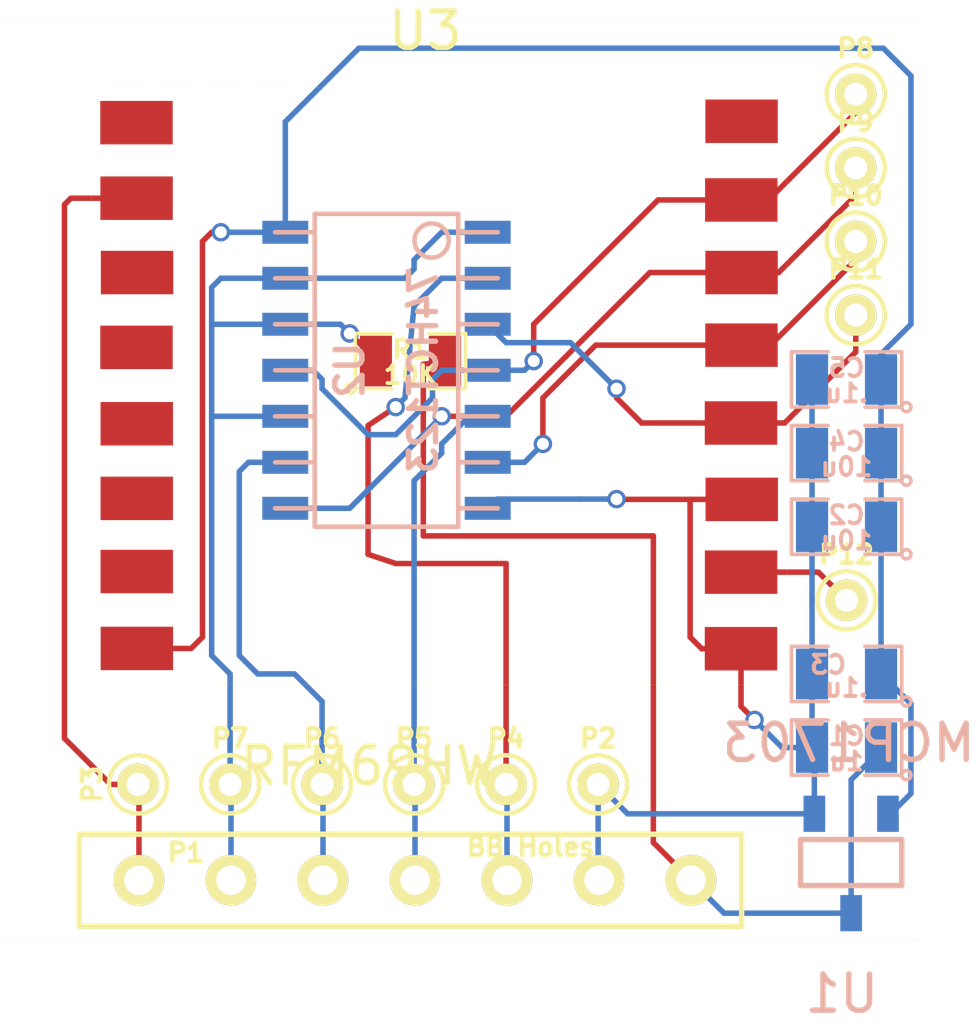
<source format=kicad_pcb>
(kicad_pcb (version 3) (host pcbnew "(2013-07-07 BZR 4022)-stable")

  (general
    (links 43)
    (no_connects 0)
    (area 57.148749 133.348749 82.551251 158.751251)
    (thickness 1.6)
    (drawings 4)
    (tracks 163)
    (zones 0)
    (modules 21)
    (nets 14)
  )

  (page USLetter)
  (title_block 
    (title "rfm69HW Breakout Board")
    (rev A)
  )

  (layers
    (15 F.Cu signal)
    (0 B.Cu signal)
    (16 B.Adhes user)
    (17 F.Adhes user)
    (18 B.Paste user)
    (19 F.Paste user)
    (20 B.SilkS user)
    (21 F.SilkS user)
    (22 B.Mask user hide)
    (23 F.Mask user hide)
    (24 Dwgs.User user hide)
    (25 Cmts.User user hide)
    (26 Eco1.User user hide)
    (27 Eco2.User user hide)
    (28 Edge.Cuts user)
  )

  (setup
    (last_trace_width 0.1524)
    (trace_clearance 0.1524)
    (zone_clearance 0.508)
    (zone_45_only no)
    (trace_min 0.1524)
    (segment_width 0.2)
    (edge_width 0.0025)
    (via_size 0.508)
    (via_drill 0.3302)
    (via_min_size 0.508)
    (via_min_drill 0.3302)
    (uvia_size 0.508)
    (uvia_drill 0.3302)
    (uvias_allowed no)
    (uvia_min_size 0.508)
    (uvia_min_drill 0.3302)
    (pcb_text_width 0.3)
    (pcb_text_size 1.5 1.5)
    (mod_edge_width 0.0025)
    (mod_text_size 1 1)
    (mod_text_width 0.15)
    (pad_size 0.45 0.45)
    (pad_drill 0.2)
    (pad_to_mask_clearance 0)
    (aux_axis_origin 0 0)
    (visible_elements 7FFFFFFF)
    (pcbplotparams
      (layerselection 268468225)
      (usegerberextensions false)
      (excludeedgelayer true)
      (linewidth 0.150000)
      (plotframeref false)
      (viasonmask false)
      (mode 1)
      (useauxorigin false)
      (hpglpennumber 1)
      (hpglpenspeed 20)
      (hpglpendiameter 15)
      (hpglpenoverlay 2)
      (psnegative false)
      (psa4output false)
      (plotreference true)
      (plotvalue true)
      (plotothertext true)
      (plotinvisibletext false)
      (padsonsilk false)
      (subtractmaskfromsilk false)
      (outputformat 5)
      (mirror false)
      (drillshape 0)
      (scaleselection 1)
      (outputdirectory "//DISKSTATION/Margaret/BitKnitting/Hydro Hardware/"))
  )

  (net 0 "")
  (net 1 +3.3V)
  (net 2 +5V)
  (net 3 /ANA)
  (net 4 /CLK_3V3)
  (net 5 /CLK_5V)
  (net 6 /CS_3V3)
  (net 7 /CS_5V)
  (net 8 /INT)
  (net 9 /MISO)
  (net 10 /MISO_3V3)
  (net 11 /MOSI_3V3)
  (net 12 /MOSI_5V)
  (net 13 GND)

  (net_class Default "This is the default net class."
    (clearance 0.1524)
    (trace_width 0.1524)
    (via_dia 0.508)
    (via_drill 0.3302)
    (uvia_dia 0.508)
    (uvia_drill 0.3302)
    (add_net "")
    (add_net +3.3V)
    (add_net +5V)
    (add_net /ANA)
    (add_net /CLK_3V3)
    (add_net /CLK_5V)
    (add_net /CS_3V3)
    (add_net /CS_5V)
    (add_net /INT)
    (add_net /MISO)
    (add_net /MISO_3V3)
    (add_net /MOSI_3V3)
    (add_net /MOSI_5V)
    (add_net GND)
  )

  (module SOT-23A (layer B.Cu) (tedit 530737A4) (tstamp 531C4945)
    (at 79.248 155.956)
    (path /5305AF64)
    (fp_text reference U1 (at 1.143 4.2545) (layer B.SilkS)
      (effects (font (size 1 1) (thickness 0.15)) (justify mirror))
    )
    (fp_text value MCP1703 (at 1.3335 -2.667) (layer B.SilkS)
      (effects (font (size 1 1) (thickness 0.15)) (justify mirror))
    )
    (fp_line (start 0 0) (end 2.794 0) (layer B.SilkS) (width 0.15))
    (fp_line (start 2.794 0) (end 2.794 1.27) (layer B.SilkS) (width 0.15))
    (fp_line (start 2.794 1.27) (end 0 1.27) (layer B.SilkS) (width 0.15))
    (fp_line (start 0 1.27) (end 0 0) (layer B.SilkS) (width 0.15))
    (pad 1 smd rect (at 0.381 -0.7112) (size 0.6 1)
      (layers B.Cu B.Paste B.Mask)
      (net 13 GND)
    )
    (pad 2 smd rect (at 2.413 -0.7112) (size 0.6 1)
      (layers B.Cu B.Paste B.Mask)
      (net 1 +3.3V)
    )
    (pad 3 smd rect (at 1.397 2.032) (size 0.6 1)
      (layers B.Cu B.Paste B.Mask)
      (net 2 +5V)
    )
  )

  (module SM0805 (layer B.Cu) (tedit 5091495C) (tstamp 531C4977)
    (at 80.518 153.416 180)
    (path /5305B226)
    (attr smd)
    (fp_text reference C1 (at 0 0.3175 180) (layer B.SilkS)
      (effects (font (size 0.50038 0.50038) (thickness 0.10922)) (justify mirror))
    )
    (fp_text value 1u (at 0 -0.381 180) (layer B.SilkS)
      (effects (font (size 0.50038 0.50038) (thickness 0.10922)) (justify mirror))
    )
    (fp_circle (center -1.651 -0.762) (end -1.651 -0.635) (layer B.SilkS) (width 0.09906))
    (fp_line (start -0.508 -0.762) (end -1.524 -0.762) (layer B.SilkS) (width 0.09906))
    (fp_line (start -1.524 -0.762) (end -1.524 0.762) (layer B.SilkS) (width 0.09906))
    (fp_line (start -1.524 0.762) (end -0.508 0.762) (layer B.SilkS) (width 0.09906))
    (fp_line (start 0.508 0.762) (end 1.524 0.762) (layer B.SilkS) (width 0.09906))
    (fp_line (start 1.524 0.762) (end 1.524 -0.762) (layer B.SilkS) (width 0.09906))
    (fp_line (start 1.524 -0.762) (end 0.508 -0.762) (layer B.SilkS) (width 0.09906))
    (pad 1 smd rect (at -0.9525 0 180) (size 0.889 1.397)
      (layers B.Cu B.Paste B.Mask)
      (net 2 +5V)
    )
    (pad 2 smd rect (at 0.9525 0 180) (size 0.889 1.397)
      (layers B.Cu B.Paste B.Mask)
      (net 13 GND)
    )
    (model smd/chip_cms.wrl
      (at (xyz 0 0 0))
      (scale (xyz 0.1 0.1 0.1))
      (rotate (xyz 0 0 0))
    )
  )

  (module SM0805 (layer B.Cu) (tedit 531C6450) (tstamp 531C4984)
    (at 80.518 151.384 180)
    (path /5305B2B5)
    (attr smd)
    (fp_text reference C3 (at 0.508 0.254 180) (layer B.SilkS)
      (effects (font (size 0.50038 0.50038) (thickness 0.10922)) (justify mirror))
    )
    (fp_text value .1u (at 0 -0.381 180) (layer B.SilkS)
      (effects (font (size 0.50038 0.50038) (thickness 0.10922)) (justify mirror))
    )
    (fp_circle (center -1.651 -0.762) (end -1.651 -0.635) (layer B.SilkS) (width 0.09906))
    (fp_line (start -0.508 -0.762) (end -1.524 -0.762) (layer B.SilkS) (width 0.09906))
    (fp_line (start -1.524 -0.762) (end -1.524 0.762) (layer B.SilkS) (width 0.09906))
    (fp_line (start -1.524 0.762) (end -0.508 0.762) (layer B.SilkS) (width 0.09906))
    (fp_line (start 0.508 0.762) (end 1.524 0.762) (layer B.SilkS) (width 0.09906))
    (fp_line (start 1.524 0.762) (end 1.524 -0.762) (layer B.SilkS) (width 0.09906))
    (fp_line (start 1.524 -0.762) (end 0.508 -0.762) (layer B.SilkS) (width 0.09906))
    (pad 1 smd rect (at -0.9525 0 180) (size 0.889 1.397)
      (layers B.Cu B.Paste B.Mask)
      (net 1 +3.3V)
    )
    (pad 2 smd rect (at 0.9525 0 180) (size 0.889 1.397)
      (layers B.Cu B.Paste B.Mask)
      (net 13 GND)
    )
    (model smd/chip_cms.wrl
      (at (xyz 0 0 0))
      (scale (xyz 0.1 0.1 0.1))
      (rotate (xyz 0 0 0))
    )
  )

  (module SM0805 (layer F.Cu) (tedit 5091495C) (tstamp 531C4991)
    (at 68.4784 142.748)
    (path /530DCC1C)
    (attr smd)
    (fp_text reference R1 (at 0 -0.3175) (layer F.SilkS)
      (effects (font (size 0.50038 0.50038) (thickness 0.10922)))
    )
    (fp_text value 10K (at 0 0.381) (layer F.SilkS)
      (effects (font (size 0.50038 0.50038) (thickness 0.10922)))
    )
    (fp_circle (center -1.651 0.762) (end -1.651 0.635) (layer F.SilkS) (width 0.09906))
    (fp_line (start -0.508 0.762) (end -1.524 0.762) (layer F.SilkS) (width 0.09906))
    (fp_line (start -1.524 0.762) (end -1.524 -0.762) (layer F.SilkS) (width 0.09906))
    (fp_line (start -1.524 -0.762) (end -0.508 -0.762) (layer F.SilkS) (width 0.09906))
    (fp_line (start 0.508 -0.762) (end 1.524 -0.762) (layer F.SilkS) (width 0.09906))
    (fp_line (start 1.524 -0.762) (end 1.524 0.762) (layer F.SilkS) (width 0.09906))
    (fp_line (start 1.524 0.762) (end 0.508 0.762) (layer F.SilkS) (width 0.09906))
    (pad 1 smd rect (at -0.9525 0) (size 0.889 1.397)
      (layers F.Cu F.Paste F.Mask)
      (net 7 /CS_5V)
    )
    (pad 2 smd rect (at 0.9525 0) (size 0.889 1.397)
      (layers F.Cu F.Paste F.Mask)
      (net 2 +5V)
    )
    (model smd/chip_cms.wrl
      (at (xyz 0 0 0))
      (scale (xyz 0.1 0.1 0.1))
      (rotate (xyz 0 0 0))
    )
  )

  (module SM0805 (layer B.Cu) (tedit 5091495C) (tstamp 531C499E)
    (at 80.518 143.256 180)
    (path /530DFF22)
    (attr smd)
    (fp_text reference C5 (at 0 0.3175 180) (layer B.SilkS)
      (effects (font (size 0.50038 0.50038) (thickness 0.10922)) (justify mirror))
    )
    (fp_text value .1u (at 0 -0.381 180) (layer B.SilkS)
      (effects (font (size 0.50038 0.50038) (thickness 0.10922)) (justify mirror))
    )
    (fp_circle (center -1.651 -0.762) (end -1.651 -0.635) (layer B.SilkS) (width 0.09906))
    (fp_line (start -0.508 -0.762) (end -1.524 -0.762) (layer B.SilkS) (width 0.09906))
    (fp_line (start -1.524 -0.762) (end -1.524 0.762) (layer B.SilkS) (width 0.09906))
    (fp_line (start -1.524 0.762) (end -0.508 0.762) (layer B.SilkS) (width 0.09906))
    (fp_line (start 0.508 0.762) (end 1.524 0.762) (layer B.SilkS) (width 0.09906))
    (fp_line (start 1.524 0.762) (end 1.524 -0.762) (layer B.SilkS) (width 0.09906))
    (fp_line (start 1.524 -0.762) (end 0.508 -0.762) (layer B.SilkS) (width 0.09906))
    (pad 1 smd rect (at -0.9525 0 180) (size 0.889 1.397)
      (layers B.Cu B.Paste B.Mask)
      (net 1 +3.3V)
    )
    (pad 2 smd rect (at 0.9525 0 180) (size 0.889 1.397)
      (layers B.Cu B.Paste B.Mask)
      (net 13 GND)
    )
    (model smd/chip_cms.wrl
      (at (xyz 0 0 0))
      (scale (xyz 0.1 0.1 0.1))
      (rotate (xyz 0 0 0))
    )
  )

  (module SM0805 (layer B.Cu) (tedit 5091495C) (tstamp 531C49AB)
    (at 80.518 145.288 180)
    (path /5315070F)
    (attr smd)
    (fp_text reference C4 (at 0 0.3175 180) (layer B.SilkS)
      (effects (font (size 0.50038 0.50038) (thickness 0.10922)) (justify mirror))
    )
    (fp_text value 10u (at 0 -0.381 180) (layer B.SilkS)
      (effects (font (size 0.50038 0.50038) (thickness 0.10922)) (justify mirror))
    )
    (fp_circle (center -1.651 -0.762) (end -1.651 -0.635) (layer B.SilkS) (width 0.09906))
    (fp_line (start -0.508 -0.762) (end -1.524 -0.762) (layer B.SilkS) (width 0.09906))
    (fp_line (start -1.524 -0.762) (end -1.524 0.762) (layer B.SilkS) (width 0.09906))
    (fp_line (start -1.524 0.762) (end -0.508 0.762) (layer B.SilkS) (width 0.09906))
    (fp_line (start 0.508 0.762) (end 1.524 0.762) (layer B.SilkS) (width 0.09906))
    (fp_line (start 1.524 0.762) (end 1.524 -0.762) (layer B.SilkS) (width 0.09906))
    (fp_line (start 1.524 -0.762) (end 0.508 -0.762) (layer B.SilkS) (width 0.09906))
    (pad 1 smd rect (at -0.9525 0 180) (size 0.889 1.397)
      (layers B.Cu B.Paste B.Mask)
      (net 1 +3.3V)
    )
    (pad 2 smd rect (at 0.9525 0 180) (size 0.889 1.397)
      (layers B.Cu B.Paste B.Mask)
      (net 13 GND)
    )
    (model smd/chip_cms.wrl
      (at (xyz 0 0 0))
      (scale (xyz 0.1 0.1 0.1))
      (rotate (xyz 0 0 0))
    )
  )

  (module SM0805 (layer B.Cu) (tedit 5091495C) (tstamp 531C49B8)
    (at 80.518 147.32 180)
    (path /531506ED)
    (attr smd)
    (fp_text reference C2 (at 0 0.3175 180) (layer B.SilkS)
      (effects (font (size 0.50038 0.50038) (thickness 0.10922)) (justify mirror))
    )
    (fp_text value 10u (at 0 -0.381 180) (layer B.SilkS)
      (effects (font (size 0.50038 0.50038) (thickness 0.10922)) (justify mirror))
    )
    (fp_circle (center -1.651 -0.762) (end -1.651 -0.635) (layer B.SilkS) (width 0.09906))
    (fp_line (start -0.508 -0.762) (end -1.524 -0.762) (layer B.SilkS) (width 0.09906))
    (fp_line (start -1.524 -0.762) (end -1.524 0.762) (layer B.SilkS) (width 0.09906))
    (fp_line (start -1.524 0.762) (end -0.508 0.762) (layer B.SilkS) (width 0.09906))
    (fp_line (start 0.508 0.762) (end 1.524 0.762) (layer B.SilkS) (width 0.09906))
    (fp_line (start 1.524 0.762) (end 1.524 -0.762) (layer B.SilkS) (width 0.09906))
    (fp_line (start 1.524 -0.762) (end 0.508 -0.762) (layer B.SilkS) (width 0.09906))
    (pad 1 smd rect (at -0.9525 0 180) (size 0.889 1.397)
      (layers B.Cu B.Paste B.Mask)
      (net 1 +3.3V)
    )
    (pad 2 smd rect (at 0.9525 0 180) (size 0.889 1.397)
      (layers B.Cu B.Paste B.Mask)
      (net 13 GND)
    )
    (model smd/chip_cms.wrl
      (at (xyz 0 0 0))
      (scale (xyz 0.1 0.1 0.1))
      (rotate (xyz 0 0 0))
    )
  )

  (module RFM69HW (layer F.Cu) (tedit 531109B9) (tstamp 531C49D1)
    (at 68.8975 144.3736)
    (path /530CA97F)
    (fp_text reference U3 (at -0.0127 -10.7442) (layer F.SilkS)
      (effects (font (size 1 1) (thickness 0.15)))
    )
    (fp_text value RFM69HW (at -1.5621 9.5504) (layer F.SilkS)
      (effects (font (size 1 1) (thickness 0.15)))
    )
    (fp_line (start -9.23798 -9.1821) (end 9.9695 -9.1694) (layer F.SilkS) (width 0.0025))
    (fp_line (start -9.23798 -9.05256) (end -9.23798 -9.1821) (layer F.SilkS) (width 0.0025))
    (fp_line (start 9.97458 7.3152) (end 9.97204 -9.18718) (layer F.SilkS) (width 0.0025))
    (fp_line (start -9.23798 -9.06018) (end -9.2329 7.2898) (layer F.SilkS) (width 0.0025))
    (fp_line (start -9.22782 7.30758) (end 9.97458 7.3152) (layer F.SilkS) (width 0.0025))
    (pad 1 smd rect (at -7.98068 -8.20674) (size 2 1.2)
      (layers F.Cu F.Paste F.Mask)
    )
    (pad 2 smd rect (at -7.97814 -6.1214) (size 2 1.2)
      (layers F.Cu F.Paste F.Mask)
      (net 8 /INT)
    )
    (pad 3 smd rect (at -7.96544 -4.06908) (size 2 1.2)
      (layers F.Cu F.Paste F.Mask)
    )
    (pad 4 smd rect (at -7.98068 -2.00406) (size 2 1.2)
      (layers F.Cu F.Paste F.Mask)
    )
    (pad 5 smd rect (at -7.97306 0.10414) (size 2 1.2)
      (layers F.Cu F.Paste F.Mask)
    )
    (pad 6 smd rect (at -7.97306 2.16408) (size 2 1.2)
      (layers F.Cu F.Paste F.Mask)
    )
    (pad 7 smd rect (at -7.97306 4.18338) (size 2 1.2)
      (layers F.Cu F.Paste F.Mask)
    )
    (pad 8 smd rect (at -7.97052 6.30682) (size 2 1.2)
      (layers F.Cu F.Paste F.Mask)
      (net 1 +3.3V)
    )
    (pad 9 smd rect (at 8.70712 6.31444) (size 2 1.2)
      (layers F.Cu F.Paste F.Mask)
      (net 13 GND)
    )
    (pad 10 smd rect (at 8.70966 4.20116) (size 2 1.2)
      (layers F.Cu F.Paste F.Mask)
      (net 3 /ANA)
    )
    (pad 11 smd rect (at 8.72744 2.19202) (size 2 1.2)
      (layers F.Cu F.Paste F.Mask)
      (net 13 GND)
    )
    (pad 12 smd rect (at 8.70712 0.08382) (size 2 1.2)
      (layers F.Cu F.Paste F.Mask)
      (net 4 /CLK_3V3)
    )
    (pad 13 smd rect (at 8.71982 -2.06502) (size 2 1.2)
      (layers F.Cu F.Paste F.Mask)
      (net 10 /MISO_3V3)
    )
    (pad 14 smd rect (at 8.72236 -4.06908) (size 2 1.2)
      (layers F.Cu F.Paste F.Mask)
      (net 11 /MOSI_3V3)
    )
    (pad 15 smd rect (at 8.71474 -6.07314) (size 2 1.2)
      (layers F.Cu F.Paste F.Mask)
      (net 6 /CS_3V3)
    )
    (pad 16 smd rect (at 8.72236 -8.24484) (size 2 1.2)
      (layers F.Cu F.Paste F.Mask)
    )
  )

  (module PINTST (layer F.Cu) (tedit 3D649DF9) (tstamp 531C49DD)
    (at 80.772 141.478)
    (descr "module 1 pin (ou trou mecanique de percage)")
    (tags DEV)
    (path /5319E822)
    (fp_text reference P11 (at 0 -1.26746) (layer F.SilkS)
      (effects (font (size 0.508 0.508) (thickness 0.127)))
    )
    (fp_text value TST (at 0 1.27) (layer F.SilkS) hide
      (effects (font (size 0.508 0.508) (thickness 0.127)))
    )
    (fp_circle (center 0 0) (end -0.254 -0.762) (layer F.SilkS) (width 0.127))
    (pad 1 thru_hole circle (at 0 0) (size 1.143 1.143) (drill 0.635)
      (layers *.Cu *.Mask F.SilkS)
      (net 4 /CLK_3V3)
    )
    (model pin_array/pin_array_1x1.wrl
      (at (xyz 0 0 0))
      (scale (xyz 1 1 1))
      (rotate (xyz 0 0 0))
    )
  )

  (module PINTST (layer F.Cu) (tedit 3D649DF9) (tstamp 531C49E3)
    (at 80.518 149.352)
    (descr "module 1 pin (ou trou mecanique de percage)")
    (tags DEV)
    (path /5319E253)
    (fp_text reference P12 (at 0 -1.26746) (layer F.SilkS)
      (effects (font (size 0.508 0.508) (thickness 0.127)))
    )
    (fp_text value TST (at 0 1.27) (layer F.SilkS) hide
      (effects (font (size 0.508 0.508) (thickness 0.127)))
    )
    (fp_circle (center 0 0) (end -0.254 -0.762) (layer F.SilkS) (width 0.127))
    (pad 1 thru_hole circle (at 0 0) (size 1.143 1.143) (drill 0.635)
      (layers *.Cu *.Mask F.SilkS)
      (net 3 /ANA)
    )
    (model pin_array/pin_array_1x1.wrl
      (at (xyz 0 0 0))
      (scale (xyz 1 1 1))
      (rotate (xyz 0 0 0))
    )
  )

  (module PINTST (layer F.Cu) (tedit 3D649DF9) (tstamp 531C49E9)
    (at 80.772 137.414)
    (descr "module 1 pin (ou trou mecanique de percage)")
    (tags DEV)
    (path /5314EE29)
    (fp_text reference P9 (at 0 -1.26746) (layer F.SilkS)
      (effects (font (size 0.508 0.508) (thickness 0.127)))
    )
    (fp_text value TST (at 0 1.27) (layer F.SilkS) hide
      (effects (font (size 0.508 0.508) (thickness 0.127)))
    )
    (fp_circle (center 0 0) (end -0.254 -0.762) (layer F.SilkS) (width 0.127))
    (pad 1 thru_hole circle (at 0 0) (size 1.143 1.143) (drill 0.635)
      (layers *.Cu *.Mask F.SilkS)
      (net 11 /MOSI_3V3)
    )
    (model pin_array/pin_array_1x1.wrl
      (at (xyz 0 0 0))
      (scale (xyz 1 1 1))
      (rotate (xyz 0 0 0))
    )
  )

  (module PINTST (layer F.Cu) (tedit 3D649DF9) (tstamp 531C49EF)
    (at 80.772 135.382)
    (descr "module 1 pin (ou trou mecanique de percage)")
    (tags DEV)
    (path /5314ED90)
    (fp_text reference P8 (at 0 -1.26746) (layer F.SilkS)
      (effects (font (size 0.508 0.508) (thickness 0.127)))
    )
    (fp_text value TST (at 0 1.27) (layer F.SilkS) hide
      (effects (font (size 0.508 0.508) (thickness 0.127)))
    )
    (fp_circle (center 0 0) (end -0.254 -0.762) (layer F.SilkS) (width 0.127))
    (pad 1 thru_hole circle (at 0 0) (size 1.143 1.143) (drill 0.635)
      (layers *.Cu *.Mask F.SilkS)
      (net 6 /CS_3V3)
    )
    (model pin_array/pin_array_1x1.wrl
      (at (xyz 0 0 0))
      (scale (xyz 1 1 1))
      (rotate (xyz 0 0 0))
    )
  )

  (module PINTST (layer F.Cu) (tedit 3D649DF9) (tstamp 531C49F5)
    (at 80.772 139.446)
    (descr "module 1 pin (ou trou mecanique de percage)")
    (tags DEV)
    (path /5314EC8D)
    (fp_text reference P10 (at 0 -1.26746) (layer F.SilkS)
      (effects (font (size 0.508 0.508) (thickness 0.127)))
    )
    (fp_text value TST (at 0 1.27) (layer F.SilkS) hide
      (effects (font (size 0.508 0.508) (thickness 0.127)))
    )
    (fp_circle (center 0 0) (end -0.254 -0.762) (layer F.SilkS) (width 0.127))
    (pad 1 thru_hole circle (at 0 0) (size 1.143 1.143) (drill 0.635)
      (layers *.Cu *.Mask F.SilkS)
      (net 10 /MISO_3V3)
    )
    (model pin_array/pin_array_1x1.wrl
      (at (xyz 0 0 0))
      (scale (xyz 1 1 1))
      (rotate (xyz 0 0 0))
    )
  )

  (module PINTST (layer F.Cu) (tedit 3D649DF9) (tstamp 531C49FB)
    (at 60.96 154.432 90)
    (descr "module 1 pin (ou trou mecanique de percage)")
    (tags DEV)
    (path /5314EAFA)
    (fp_text reference P3 (at 0 -1.26746 90) (layer F.SilkS)
      (effects (font (size 0.508 0.508) (thickness 0.127)))
    )
    (fp_text value TST (at 0 1.27 90) (layer F.SilkS) hide
      (effects (font (size 0.508 0.508) (thickness 0.127)))
    )
    (fp_circle (center 0 0) (end -0.254 -0.762) (layer F.SilkS) (width 0.127))
    (pad 1 thru_hole circle (at 0 0 90) (size 1.143 1.143) (drill 0.635)
      (layers *.Cu *.Mask F.SilkS)
      (net 8 /INT)
    )
    (model pin_array/pin_array_1x1.wrl
      (at (xyz 0 0 0))
      (scale (xyz 1 1 1))
      (rotate (xyz 0 0 0))
    )
  )

  (module so-14 (layer B.Cu) (tedit 48A6BF8F) (tstamp 531C50D3)
    (at 67.818 143.002 270)
    (descr SO-14)
    (path /5319DF28)
    (attr smd)
    (fp_text reference U2 (at 0 1.016 270) (layer B.SilkS)
      (effects (font (size 0.7493 0.7493) (thickness 0.14986)) (justify mirror))
    )
    (fp_text value 74HCT123 (at 0 -1.016 270) (layer B.SilkS)
      (effects (font (size 0.7493 0.7493) (thickness 0.14986)) (justify mirror))
    )
    (fp_line (start -4.318 1.9812) (end -4.318 -1.9812) (layer B.SilkS) (width 0.127))
    (fp_line (start -4.318 -1.9812) (end 4.318 -1.9812) (layer B.SilkS) (width 0.127))
    (fp_line (start 4.318 -1.9812) (end 4.318 1.9812) (layer B.SilkS) (width 0.127))
    (fp_line (start 4.318 1.9812) (end -4.318 1.9812) (layer B.SilkS) (width 0.127))
    (fp_line (start -2.54 1.9812) (end -2.54 3.0734) (layer B.SilkS) (width 0.127))
    (fp_line (start -1.27 1.9812) (end -1.27 3.0734) (layer B.SilkS) (width 0.127))
    (fp_line (start 0 1.9812) (end 0 3.0734) (layer B.SilkS) (width 0.127))
    (fp_line (start -3.81 1.9812) (end -3.81 3.0734) (layer B.SilkS) (width 0.127))
    (fp_line (start 1.27 3.0734) (end 1.27 1.9812) (layer B.SilkS) (width 0.127))
    (fp_line (start 2.54 3.0734) (end 2.54 1.9812) (layer B.SilkS) (width 0.127))
    (fp_line (start 3.81 3.0734) (end 3.81 1.9812) (layer B.SilkS) (width 0.127))
    (fp_line (start 3.81 -1.9812) (end 3.81 -3.0734) (layer B.SilkS) (width 0.127))
    (fp_line (start 2.54 -1.9812) (end 2.54 -3.0734) (layer B.SilkS) (width 0.127))
    (fp_line (start -3.81 -1.9812) (end -3.81 -3.0734) (layer B.SilkS) (width 0.127))
    (fp_line (start -2.54 -3.0734) (end -2.54 -1.9812) (layer B.SilkS) (width 0.127))
    (fp_line (start 1.27 -3.0734) (end 1.27 -1.9812) (layer B.SilkS) (width 0.127))
    (fp_line (start 0 -3.0734) (end 0 -1.9812) (layer B.SilkS) (width 0.127))
    (fp_line (start -1.27 -3.0734) (end -1.27 -1.9812) (layer B.SilkS) (width 0.127))
    (fp_circle (center -3.5814 -1.2446) (end -3.8608 -1.6256) (layer B.SilkS) (width 0.127))
    (pad 1 smd rect (at -3.81 -2.794 270) (size 0.635 1.27)
      (layers B.Cu B.Paste B.Mask)
      (net 7 /CS_5V)
    )
    (pad 2 smd rect (at -2.54 -2.794 270) (size 0.635 1.27)
      (layers B.Cu B.Paste B.Mask)
      (net 5 /CLK_5V)
    )
    (pad 3 smd rect (at -1.27 -2.794 270) (size 0.635 1.27)
      (layers B.Cu B.Paste B.Mask)
      (net 4 /CLK_3V3)
    )
    (pad 4 smd rect (at 0 -2.794 270) (size 0.635 1.27)
      (layers B.Cu B.Paste B.Mask)
      (net 6 /CS_3V3)
    )
    (pad 5 smd rect (at 1.27 -2.794 270) (size 0.635 1.27)
      (layers B.Cu B.Paste B.Mask)
      (net 9 /MISO)
    )
    (pad 6 smd rect (at 2.54 -2.794 270) (size 0.635 1.27)
      (layers B.Cu B.Paste B.Mask)
      (net 10 /MISO_3V3)
    )
    (pad 7 smd rect (at 3.81 -2.794 270) (size 0.635 1.27)
      (layers B.Cu B.Paste B.Mask)
      (net 13 GND)
    )
    (pad 8 smd rect (at 3.81 2.794 270) (size 0.635 1.27)
      (layers B.Cu B.Paste B.Mask)
      (net 11 /MOSI_3V3)
    )
    (pad 9 smd rect (at 2.54 2.794 270) (size 0.635 1.27)
      (layers B.Cu B.Paste B.Mask)
      (net 12 /MOSI_5V)
    )
    (pad 10 smd rect (at 1.27 2.794 270) (size 0.635 1.27)
      (layers B.Cu B.Paste B.Mask)
      (net 7 /CS_5V)
    )
    (pad 11 smd rect (at 0 2.794 270) (size 0.635 1.27)
      (layers B.Cu B.Paste B.Mask)
      (net 6 /CS_3V3)
    )
    (pad 12 smd rect (at -1.27 2.794 270) (size 0.635 1.27)
      (layers B.Cu B.Paste B.Mask)
      (net 7 /CS_5V)
    )
    (pad 13 smd rect (at -2.54 2.794 270) (size 0.635 1.27)
      (layers B.Cu B.Paste B.Mask)
      (net 7 /CS_5V)
    )
    (pad 14 smd rect (at -3.81 2.794 270) (size 0.635 1.27)
      (layers B.Cu B.Paste B.Mask)
      (net 1 +3.3V)
    )
    (model smd/smd_dil/so-14.wrl
      (at (xyz 0 0 0))
      (scale (xyz 1 1 1))
      (rotate (xyz 0 0 0))
    )
  )

  (module PINTST (layer F.Cu) (tedit 3D649DF9) (tstamp 531C50D9)
    (at 71.12 154.432)
    (descr "module 1 pin (ou trou mecanique de percage)")
    (tags DEV)
    (path /5314E601)
    (fp_text reference P4 (at 0 -1.26746) (layer F.SilkS)
      (effects (font (size 0.508 0.508) (thickness 0.127)))
    )
    (fp_text value TST (at 0 1.27) (layer F.SilkS) hide
      (effects (font (size 0.508 0.508) (thickness 0.127)))
    )
    (fp_circle (center 0 0) (end -0.254 -0.762) (layer F.SilkS) (width 0.127))
    (pad 1 thru_hole circle (at 0 0) (size 1.143 1.143) (drill 0.635)
      (layers *.Cu *.Mask F.SilkS)
      (net 5 /CLK_5V)
    )
    (model pin_array/pin_array_1x1.wrl
      (at (xyz 0 0 0))
      (scale (xyz 1 1 1))
      (rotate (xyz 0 0 0))
    )
  )

  (module PINTST (layer F.Cu) (tedit 3D649DF9) (tstamp 531C50DF)
    (at 68.58 154.432)
    (descr "module 1 pin (ou trou mecanique de percage)")
    (tags DEV)
    (path /5314E60E)
    (fp_text reference P5 (at 0 -1.26746) (layer F.SilkS)
      (effects (font (size 0.508 0.508) (thickness 0.127)))
    )
    (fp_text value TST (at 0 1.27) (layer F.SilkS) hide
      (effects (font (size 0.508 0.508) (thickness 0.127)))
    )
    (fp_circle (center 0 0) (end -0.254 -0.762) (layer F.SilkS) (width 0.127))
    (pad 1 thru_hole circle (at 0 0) (size 1.143 1.143) (drill 0.635)
      (layers *.Cu *.Mask F.SilkS)
      (net 9 /MISO)
    )
    (model pin_array/pin_array_1x1.wrl
      (at (xyz 0 0 0))
      (scale (xyz 1 1 1))
      (rotate (xyz 0 0 0))
    )
  )

  (module PINTST (layer F.Cu) (tedit 3D649DF9) (tstamp 531C50E5)
    (at 66.04 154.432)
    (descr "module 1 pin (ou trou mecanique de percage)")
    (tags DEV)
    (path /5314E614)
    (fp_text reference P6 (at 0 -1.26746) (layer F.SilkS)
      (effects (font (size 0.508 0.508) (thickness 0.127)))
    )
    (fp_text value TST (at 0 1.27) (layer F.SilkS) hide
      (effects (font (size 0.508 0.508) (thickness 0.127)))
    )
    (fp_circle (center 0 0) (end -0.254 -0.762) (layer F.SilkS) (width 0.127))
    (pad 1 thru_hole circle (at 0 0) (size 1.143 1.143) (drill 0.635)
      (layers *.Cu *.Mask F.SilkS)
      (net 12 /MOSI_5V)
    )
    (model pin_array/pin_array_1x1.wrl
      (at (xyz 0 0 0))
      (scale (xyz 1 1 1))
      (rotate (xyz 0 0 0))
    )
  )

  (module PINTST (layer F.Cu) (tedit 3D649DF9) (tstamp 531C50F1)
    (at 73.66 154.432)
    (descr "module 1 pin (ou trou mecanique de percage)")
    (tags DEV)
    (path /5314EAED)
    (fp_text reference P2 (at 0 -1.26746) (layer F.SilkS)
      (effects (font (size 0.508 0.508) (thickness 0.127)))
    )
    (fp_text value TST (at 0 1.27) (layer F.SilkS) hide
      (effects (font (size 0.508 0.508) (thickness 0.127)))
    )
    (fp_circle (center 0 0) (end -0.254 -0.762) (layer F.SilkS) (width 0.127))
    (pad 1 thru_hole circle (at 0 0) (size 1.143 1.143) (drill 0.635)
      (layers *.Cu *.Mask F.SilkS)
      (net 13 GND)
    )
    (model pin_array/pin_array_1x1.wrl
      (at (xyz 0 0 0))
      (scale (xyz 1 1 1))
      (rotate (xyz 0 0 0))
    )
  )

  (module 7_PINS (layer F.Cu) (tedit 531B7249) (tstamp 531C5101)
    (at 67.3354 157.07868)
    (descr "Connecteur 8 pins")
    (tags "Breadboard pins")
    (path /5300A048)
    (fp_text reference P1 (at -5.05206 -0.75946) (layer F.SilkS)
      (effects (font (size 0.508 0.508) (thickness 0.127)))
    )
    (fp_text value "BB Holes" (at 4.46024 -0.91948) (layer F.SilkS)
      (effects (font (size 0.508 0.508) (thickness 0.127)))
    )
    (fp_line (start -8.001 -1.27) (end 10.287 -1.27) (layer F.SilkS) (width 0.15))
    (fp_line (start 10.287 1.27) (end 10.033 1.27) (layer F.SilkS) (width 0.15))
    (fp_line (start -8.001 1.27) (end 10.287 1.27) (layer F.SilkS) (width 0.15))
    (fp_line (start 10.287 -1.143) (end 10.287 1.143) (layer F.SilkS) (width 0.15))
    (fp_line (start -8.001 -1.27) (end -8.001 1.27) (layer F.SilkS) (width 0.15))
    (pad 7 thru_hole circle (at -6.35 0) (size 1.397 1.397) (drill 0.8128)
      (layers *.Cu *.Mask F.SilkS)
      (net 8 /INT)
    )
    (pad 6 thru_hole circle (at -3.81 0) (size 1.397 1.397) (drill 0.8128)
      (layers *.Cu *.Mask F.SilkS)
      (net 7 /CS_5V)
    )
    (pad 5 thru_hole circle (at -1.27 0) (size 1.397 1.397) (drill 0.8128)
      (layers *.Cu *.Mask F.SilkS)
      (net 12 /MOSI_5V)
    )
    (pad 4 thru_hole circle (at 1.27 0) (size 1.397 1.397) (drill 0.8128)
      (layers *.Cu *.Mask F.SilkS)
      (net 9 /MISO)
    )
    (pad 3 thru_hole circle (at 3.81 0) (size 1.397 1.397) (drill 0.8128)
      (layers *.Cu *.Mask F.SilkS)
      (net 5 /CLK_5V)
    )
    (pad 2 thru_hole circle (at 6.35 0) (size 1.397 1.397) (drill 0.8128)
      (layers *.Cu *.Mask F.SilkS)
      (net 13 GND)
    )
    (pad 1 thru_hole circle (at 8.89 0) (size 1.397 1.397) (drill 0.8128)
      (layers *.Cu *.Mask F.SilkS)
      (net 2 +5V)
    )
  )

  (module PINTST (layer F.Cu) (tedit 3D649DF9) (tstamp 531C5227)
    (at 63.5 154.432)
    (descr "module 1 pin (ou trou mecanique de percage)")
    (tags DEV)
    (path /5314E61A)
    (fp_text reference P7 (at 0 -1.26746) (layer F.SilkS)
      (effects (font (size 0.508 0.508) (thickness 0.127)))
    )
    (fp_text value TST (at 0 1.27) (layer F.SilkS) hide
      (effects (font (size 0.508 0.508) (thickness 0.127)))
    )
    (fp_circle (center 0 0) (end -0.254 -0.762) (layer F.SilkS) (width 0.127))
    (pad 1 thru_hole circle (at 0 0) (size 1.143 1.143) (drill 0.635)
      (layers *.Cu *.Mask F.SilkS)
      (net 7 /CS_5V)
    )
    (model pin_array/pin_array_1x1.wrl
      (at (xyz 0 0 0))
      (scale (xyz 1 1 1))
      (rotate (xyz 0 0 0))
    )
  )

  (gr_line (start 57.15 133.35) (end 57.15 158.75) (angle 90) (layer Edge.Cuts) (width 0.0025))
  (gr_line (start 82.55 133.35) (end 57.15 133.35) (angle 90) (layer Edge.Cuts) (width 0.0025))
  (gr_line (start 82.55 158.75) (end 82.55 133.35) (angle 90) (layer Edge.Cuts) (width 0.0025))
  (gr_line (start 57.15 158.75) (end 82.55 158.75) (angle 90) (layer Edge.Cuts) (width 0.0025))

  (segment (start 81.661 155.2448) (end 81.7372 155.2448) (width 0.1524) (layer B.Cu) (net 1) (status C00000))
  (segment (start 82.296 152.2095) (end 81.4705 151.384) (width 0.1524) (layer B.Cu) (net 1) (tstamp 531C67A9) (status 800000))
  (segment (start 82.296 154.686) (end 82.296 152.2095) (width 0.1524) (layer B.Cu) (net 1) (tstamp 531C67A6))
  (segment (start 81.7372 155.2448) (end 82.296 154.686) (width 0.1524) (layer B.Cu) (net 1) (tstamp 531C67A4) (status 400000))
  (segment (start 81.4705 151.384) (end 81.4705 150.9395) (width 0.1524) (layer B.Cu) (net 1) (status C00000))
  (segment (start 81.4705 150.9395) (end 81.4705 147.32) (width 0.1524) (layer B.Cu) (net 1) (tstamp 531C675B) (status C00000))
  (segment (start 81.4705 145.288) (end 81.4705 143.256) (width 0.1524) (layer B.Cu) (net 1) (status C00000))
  (segment (start 81.4705 147.32) (end 81.4705 145.288) (width 0.1524) (layer B.Cu) (net 1) (status C00000))
  (segment (start 81.4705 143.256) (end 81.4705 142.5575) (width 0.1524) (layer B.Cu) (net 1))
  (segment (start 81.4705 142.5575) (end 82.296 141.732) (width 0.1524) (layer B.Cu) (net 1) (tstamp 531C6657))
  (segment (start 82.296 141.732) (end 82.296 134.874) (width 0.1524) (layer B.Cu) (net 1) (tstamp 531C665C))
  (segment (start 82.296 134.874) (end 81.534 134.112) (width 0.1524) (layer B.Cu) (net 1) (tstamp 531C6660))
  (segment (start 81.534 134.112) (end 67.056 134.112) (width 0.1524) (layer B.Cu) (net 1) (tstamp 531C6662))
  (segment (start 67.056 134.112) (end 65.024 136.144) (width 0.1524) (layer B.Cu) (net 1) (tstamp 531C6664))
  (segment (start 65.024 136.144) (end 65.024 139.192) (width 0.1524) (layer B.Cu) (net 1) (tstamp 531C6668))
  (segment (start 60.92698 150.68042) (end 62.42558 150.68042) (width 0.1524) (layer F.Cu) (net 1))
  (segment (start 63.246 139.192) (end 65.024 139.192) (width 0.1524) (layer B.Cu) (net 1) (tstamp 531C5497))
  (via (at 63.246 139.192) (size 0.508) (layers F.Cu B.Cu) (net 1))
  (segment (start 62.992 139.192) (end 63.246 139.192) (width 0.1524) (layer F.Cu) (net 1) (tstamp 531C5491))
  (segment (start 62.738 139.446) (end 62.992 139.192) (width 0.1524) (layer F.Cu) (net 1) (tstamp 531C548F))
  (segment (start 62.738 150.368) (end 62.738 139.446) (width 0.1524) (layer F.Cu) (net 1) (tstamp 531C5489))
  (segment (start 62.42558 150.68042) (end 62.738 150.368) (width 0.1524) (layer F.Cu) (net 1) (tstamp 531C5487))
  (segment (start 80.645 157.988) (end 80.645 154.305) (width 0.1524) (layer B.Cu) (net 2) (status 400000))
  (segment (start 81.4705 153.4795) (end 81.4705 153.416) (width 0.1524) (layer B.Cu) (net 2) (tstamp 531C679B) (status C00000))
  (segment (start 80.645 154.305) (end 81.4705 153.4795) (width 0.1524) (layer B.Cu) (net 2) (tstamp 531C6799) (status 800000))
  (segment (start 76.2254 157.07868) (end 75.184 156.03728) (width 0.1524) (layer F.Cu) (net 2))
  (segment (start 68.834 142.8369) (end 69.4309 142.748) (width 0.1524) (layer F.Cu) (net 2) (tstamp 531C64E9))
  (segment (start 68.834 147.574) (end 68.834 142.8369) (width 0.1524) (layer F.Cu) (net 2) (tstamp 531C64E2))
  (segment (start 75.184 147.574) (end 68.834 147.574) (width 0.1524) (layer F.Cu) (net 2) (tstamp 531C64E0))
  (segment (start 75.184 148.336) (end 75.184 147.574) (width 0.1524) (layer F.Cu) (net 2) (tstamp 531C64DF))
  (segment (start 75.184 156.03728) (end 75.184 148.336) (width 0.1524) (layer F.Cu) (net 2) (tstamp 531C64D9))
  (segment (start 80.645 157.988) (end 77.13472 157.988) (width 0.1524) (layer B.Cu) (net 2))
  (segment (start 77.13472 157.988) (end 76.2254 157.07868) (width 0.1524) (layer B.Cu) (net 2) (tstamp 531C6495))
  (segment (start 77.60716 148.57476) (end 79.74076 148.57476) (width 0.1524) (layer F.Cu) (net 3) (status 400000))
  (segment (start 79.74076 148.57476) (end 80.518 149.352) (width 0.1524) (layer F.Cu) (net 3) (tstamp 531C6788) (status 800000))
  (segment (start 80.772 141.478) (end 80.772 142.494) (width 0.1524) (layer F.Cu) (net 4) (status 400000))
  (segment (start 78.80858 144.45742) (end 77.60462 144.45742) (width 0.1524) (layer F.Cu) (net 4) (tstamp 531C672E) (status 800000))
  (segment (start 80.772 142.494) (end 78.80858 144.45742) (width 0.1524) (layer F.Cu) (net 4) (tstamp 531C672C))
  (segment (start 77.60462 144.45742) (end 74.86142 144.45742) (width 0.1524) (layer F.Cu) (net 4))
  (segment (start 71.12 142.24) (end 70.612 141.732) (width 0.1524) (layer B.Cu) (net 4) (tstamp 531C64CC))
  (segment (start 72.39 142.24) (end 71.12 142.24) (width 0.1524) (layer B.Cu) (net 4) (tstamp 531C64C7))
  (segment (start 72.898 142.24) (end 72.39 142.24) (width 0.1524) (layer B.Cu) (net 4) (tstamp 531C64C6))
  (segment (start 74.168 143.51) (end 72.898 142.24) (width 0.1524) (layer B.Cu) (net 4) (tstamp 531C64C5))
  (via (at 74.168 143.51) (size 0.508) (layers F.Cu B.Cu) (net 4))
  (segment (start 74.168 143.764) (end 74.168 143.51) (width 0.1524) (layer F.Cu) (net 4) (tstamp 531C64C3))
  (segment (start 74.86142 144.45742) (end 74.168 143.764) (width 0.1524) (layer F.Cu) (net 4) (tstamp 531C64C0))
  (segment (start 70.612 140.462) (end 69.342 140.462) (width 0.1524) (layer B.Cu) (net 5))
  (segment (start 71.12 148.336) (end 71.12 154.432) (width 0.1524) (layer F.Cu) (net 5) (tstamp 531C5A24))
  (segment (start 68.072 148.336) (end 71.12 148.336) (width 0.1524) (layer F.Cu) (net 5) (tstamp 531C5A21))
  (segment (start 67.31 148.082) (end 68.072 148.336) (width 0.1524) (layer F.Cu) (net 5) (tstamp 531C5A20))
  (segment (start 67.31 144.526) (end 67.31 148.082) (width 0.1524) (layer F.Cu) (net 5) (tstamp 531C5A1C))
  (segment (start 68.072 144.018) (end 67.31 144.526) (width 0.1524) (layer F.Cu) (net 5) (tstamp 531C5A1B))
  (via (at 68.072 144.018) (size 0.508) (layers F.Cu B.Cu) (net 5))
  (segment (start 68.326 143.764) (end 68.072 144.018) (width 0.1524) (layer B.Cu) (net 5) (tstamp 531C5A15))
  (segment (start 68.58 141.224) (end 68.326 143.764) (width 0.1524) (layer B.Cu) (net 5) (tstamp 531C5A14))
  (segment (start 69.342 140.462) (end 68.58 141.224) (width 0.1524) (layer B.Cu) (net 5) (tstamp 531C5A13))
  (segment (start 71.1454 157.07868) (end 71.1454 154.4574) (width 0.1524) (layer B.Cu) (net 5))
  (segment (start 71.1454 154.4574) (end 71.12 154.432) (width 0.1524) (layer B.Cu) (net 5) (tstamp 531C582E))
  (segment (start 77.61224 138.30046) (end 75.31354 138.30046) (width 0.1524) (layer F.Cu) (net 6) (status 400000))
  (segment (start 71.628 143.002) (end 70.612 143.002) (width 0.1524) (layer B.Cu) (net 6) (tstamp 531C682F) (status 800000))
  (segment (start 71.882 142.748) (end 71.628 143.002) (width 0.1524) (layer B.Cu) (net 6) (tstamp 531C682E))
  (via (at 71.882 142.748) (size 0.508) (layers F.Cu B.Cu) (net 6))
  (segment (start 71.882 141.732) (end 71.882 142.748) (width 0.1524) (layer F.Cu) (net 6) (tstamp 531C6822))
  (segment (start 75.31354 138.30046) (end 71.882 141.732) (width 0.1524) (layer F.Cu) (net 6) (tstamp 531C6820))
  (segment (start 80.772 135.382) (end 80.772 135.89) (width 0.1524) (layer F.Cu) (net 6) (status C00000))
  (segment (start 78.36154 138.30046) (end 77.61224 138.30046) (width 0.1524) (layer F.Cu) (net 6) (tstamp 531C673F) (status C00000))
  (segment (start 80.772 135.89) (end 78.36154 138.30046) (width 0.1524) (layer F.Cu) (net 6) (tstamp 531C6737) (status C00000))
  (segment (start 70.612 143.002) (end 69.342 143.002) (width 0.1524) (layer B.Cu) (net 6))
  (segment (start 69.342 143.002) (end 69.088 143.256) (width 0.1524) (layer B.Cu) (net 6) (tstamp 531C5A98))
  (segment (start 69.088 143.256) (end 69.088 143.764) (width 0.1524) (layer B.Cu) (net 6) (tstamp 531C5A99))
  (segment (start 69.088 143.764) (end 68.072 144.78) (width 0.1524) (layer B.Cu) (net 6) (tstamp 531C5A9D))
  (segment (start 68.072 144.78) (end 67.31 144.78) (width 0.1524) (layer B.Cu) (net 6) (tstamp 531C5AA0))
  (segment (start 67.31 144.78) (end 66.04 143.51) (width 0.1524) (layer B.Cu) (net 6) (tstamp 531C5AA5))
  (segment (start 66.04 143.51) (end 66.04 143.256) (width 0.1524) (layer B.Cu) (net 6) (tstamp 531C5AA7))
  (segment (start 66.04 143.256) (end 65.786 143.002) (width 0.1524) (layer B.Cu) (net 6) (tstamp 531C5AA8))
  (segment (start 65.786 143.002) (end 65.024 143.002) (width 0.1524) (layer B.Cu) (net 6) (tstamp 531C5AA9))
  (segment (start 67.5259 142.748) (end 67.5259 142.7099) (width 0.1524) (layer F.Cu) (net 7))
  (segment (start 66.548 141.732) (end 65.024 141.732) (width 0.1524) (layer B.Cu) (net 7) (tstamp 531C5960))
  (segment (start 66.802 141.986) (end 66.548 141.732) (width 0.1524) (layer B.Cu) (net 7) (tstamp 531C595F))
  (via (at 66.802 141.986) (size 0.508) (layers F.Cu B.Cu) (net 7))
  (segment (start 67.5259 142.7099) (end 66.802 141.986) (width 0.1524) (layer F.Cu) (net 7) (tstamp 531C595B))
  (segment (start 65.024 140.462) (end 68.326 140.462) (width 0.1524) (layer B.Cu) (net 7))
  (segment (start 69.342 139.192) (end 70.612 139.192) (width 0.1524) (layer B.Cu) (net 7) (tstamp 531C564D))
  (segment (start 68.58 139.954) (end 69.342 139.192) (width 0.1524) (layer B.Cu) (net 7) (tstamp 531C564C))
  (segment (start 68.58 140.208) (end 68.58 139.954) (width 0.1524) (layer B.Cu) (net 7) (tstamp 531C564A))
  (segment (start 68.326 140.462) (end 68.58 140.208) (width 0.1524) (layer B.Cu) (net 7) (tstamp 531C5648))
  (segment (start 65.024 141.732) (end 62.992 141.732) (width 0.1524) (layer B.Cu) (net 7))
  (segment (start 65.024 144.272) (end 62.992 144.272) (width 0.1524) (layer B.Cu) (net 7))
  (segment (start 63.5 154.432) (end 63.5 151.384) (width 0.1524) (layer B.Cu) (net 7))
  (segment (start 63.246 140.462) (end 65.024 140.462) (width 0.1524) (layer B.Cu) (net 7) (tstamp 531C55BE))
  (segment (start 62.992 140.716) (end 63.246 140.462) (width 0.1524) (layer B.Cu) (net 7) (tstamp 531C55BA))
  (segment (start 62.992 150.876) (end 62.992 144.272) (width 0.1524) (layer B.Cu) (net 7) (tstamp 531C55B9))
  (segment (start 62.992 144.272) (end 62.992 141.732) (width 0.1524) (layer B.Cu) (net 7) (tstamp 531C55DA))
  (segment (start 62.992 141.732) (end 62.992 140.716) (width 0.1524) (layer B.Cu) (net 7) (tstamp 531C5623))
  (segment (start 63.5 151.384) (end 62.992 150.876) (width 0.1524) (layer B.Cu) (net 7) (tstamp 531C55B4))
  (segment (start 63.5254 157.07868) (end 63.5254 154.4574) (width 0.1524) (layer B.Cu) (net 7))
  (segment (start 63.5254 154.4574) (end 63.5 154.432) (width 0.1524) (layer B.Cu) (net 7) (tstamp 531C55AD))
  (segment (start 60.96 154.432) (end 60.198 154.432) (width 0.1524) (layer F.Cu) (net 8))
  (segment (start 59.1058 138.2522) (end 60.91936 138.2522) (width 0.1524) (layer F.Cu) (net 8) (tstamp 531C544E))
  (segment (start 58.928 138.43) (end 59.1058 138.2522) (width 0.1524) (layer F.Cu) (net 8) (tstamp 531C544D))
  (segment (start 58.928 153.162) (end 58.928 138.43) (width 0.1524) (layer F.Cu) (net 8) (tstamp 531C544B))
  (segment (start 60.198 154.432) (end 58.928 153.162) (width 0.1524) (layer F.Cu) (net 8) (tstamp 531C5449))
  (segment (start 60.9854 157.07868) (end 60.9854 154.4574) (width 0.1524) (layer F.Cu) (net 8))
  (segment (start 60.9854 154.4574) (end 60.96 154.432) (width 0.1524) (layer F.Cu) (net 8) (tstamp 531C53AA))
  (segment (start 68.58 154.432) (end 68.58 146.05) (width 0.1524) (layer B.Cu) (net 9))
  (segment (start 70.104 144.272) (end 70.612 144.272) (width 0.1524) (layer B.Cu) (net 9) (tstamp 531C5947))
  (segment (start 69.342 145.034) (end 70.104 144.272) (width 0.1524) (layer B.Cu) (net 9) (tstamp 531C5945))
  (segment (start 69.342 145.288) (end 69.342 145.034) (width 0.1524) (layer B.Cu) (net 9) (tstamp 531C5944))
  (segment (start 68.58 146.05) (end 69.342 145.288) (width 0.1524) (layer B.Cu) (net 9) (tstamp 531C593E))
  (segment (start 68.6054 157.07868) (end 68.6054 154.4574) (width 0.1524) (layer B.Cu) (net 9))
  (segment (start 68.6054 154.4574) (end 68.58 154.432) (width 0.1524) (layer B.Cu) (net 9) (tstamp 531C5831))
  (segment (start 80.772 139.446) (end 80.772 139.954) (width 0.1524) (layer F.Cu) (net 10) (status C00000))
  (segment (start 78.41742 142.30858) (end 77.61732 142.30858) (width 0.1524) (layer F.Cu) (net 10) (tstamp 531C6728) (status C00000))
  (segment (start 80.772 139.954) (end 78.41742 142.30858) (width 0.1524) (layer F.Cu) (net 10) (tstamp 531C6727) (status C00000))
  (segment (start 77.61732 142.30858) (end 73.59142 142.30858) (width 0.1524) (layer F.Cu) (net 10))
  (segment (start 71.628 145.542) (end 70.612 145.542) (width 0.1524) (layer B.Cu) (net 10) (tstamp 531C64B1))
  (segment (start 72.136 145.034) (end 71.628 145.542) (width 0.1524) (layer B.Cu) (net 10) (tstamp 531C64B0))
  (via (at 72.136 145.034) (size 0.508) (layers F.Cu B.Cu) (net 10))
  (segment (start 72.136 143.764) (end 72.136 145.034) (width 0.1524) (layer F.Cu) (net 10) (tstamp 531C64AA))
  (segment (start 73.59142 142.30858) (end 72.136 143.764) (width 0.1524) (layer F.Cu) (net 10) (tstamp 531C64A8))
  (segment (start 80.772 137.414) (end 80.772 138.176) (width 0.1524) (layer F.Cu) (net 11) (status 400000))
  (segment (start 78.64348 140.30452) (end 77.61986 140.30452) (width 0.1524) (layer F.Cu) (net 11) (tstamp 531C6723) (status 800000))
  (segment (start 80.772 138.176) (end 78.64348 140.30452) (width 0.1524) (layer F.Cu) (net 11) (tstamp 531C671C))
  (segment (start 77.61986 140.30452) (end 75.08748 140.30452) (width 0.1524) (layer F.Cu) (net 11) (status 400000))
  (segment (start 66.802 146.812) (end 65.024 146.812) (width 0.1524) (layer B.Cu) (net 11) (tstamp 531C6704) (status 800000))
  (segment (start 69.342 144.272) (end 66.802 146.812) (width 0.1524) (layer B.Cu) (net 11) (tstamp 531C6703))
  (via (at 69.342 144.272) (size 0.508) (layers F.Cu B.Cu) (net 11))
  (segment (start 71.12 144.272) (end 69.342 144.272) (width 0.1524) (layer F.Cu) (net 11) (tstamp 531C66F9))
  (segment (start 75.08748 140.30452) (end 71.12 144.272) (width 0.1524) (layer F.Cu) (net 11) (tstamp 531C66E9))
  (segment (start 66.04 154.432) (end 66.04 152.146) (width 0.1524) (layer B.Cu) (net 12))
  (segment (start 64.008 145.542) (end 65.024 145.542) (width 0.1524) (layer B.Cu) (net 12) (tstamp 531C55F8))
  (segment (start 63.754 145.796) (end 64.008 145.542) (width 0.1524) (layer B.Cu) (net 12) (tstamp 531C55F7))
  (segment (start 63.754 150.876) (end 63.754 145.796) (width 0.1524) (layer B.Cu) (net 12) (tstamp 531C55F4))
  (segment (start 64.262 151.384) (end 63.754 150.876) (width 0.1524) (layer B.Cu) (net 12) (tstamp 531C55F3))
  (segment (start 65.278 151.384) (end 64.262 151.384) (width 0.1524) (layer B.Cu) (net 12) (tstamp 531C55EF))
  (segment (start 66.04 152.146) (end 65.278 151.384) (width 0.1524) (layer B.Cu) (net 12) (tstamp 531C55EC))
  (segment (start 66.0654 157.07868) (end 66.0654 154.4574) (width 0.1524) (layer B.Cu) (net 12))
  (segment (start 66.0654 154.4574) (end 66.04 154.432) (width 0.1524) (layer B.Cu) (net 12) (tstamp 531C55E8))
  (segment (start 79.5655 153.416) (end 78.74 153.416) (width 0.1524) (layer B.Cu) (net 13) (status 400000))
  (segment (start 77.60462 152.28062) (end 77.60462 150.68804) (width 0.1524) (layer F.Cu) (net 13) (tstamp 531C67B7) (status 800000))
  (segment (start 77.978 152.654) (end 77.60462 152.28062) (width 0.1524) (layer F.Cu) (net 13) (tstamp 531C67B6))
  (via (at 77.978 152.654) (size 0.508) (layers F.Cu B.Cu) (net 13))
  (segment (start 78.74 153.416) (end 77.978 152.654) (width 0.1524) (layer B.Cu) (net 13) (tstamp 531C67B1))
  (segment (start 79.629 155.2448) (end 79.629 153.4795) (width 0.1524) (layer B.Cu) (net 13) (status C00000))
  (segment (start 79.629 153.4795) (end 79.5655 153.416) (width 0.1524) (layer B.Cu) (net 13) (tstamp 531C677B) (status C00000))
  (segment (start 79.5655 153.416) (end 79.5655 151.384) (width 0.1524) (layer B.Cu) (net 13) (status C00000))
  (segment (start 79.5655 147.32) (end 79.5655 151.384) (width 0.1524) (layer B.Cu) (net 13) (status C00000))
  (segment (start 79.5655 145.288) (end 79.5655 147.32) (width 0.1524) (layer B.Cu) (net 13) (status C00000))
  (segment (start 79.5655 143.256) (end 79.5655 145.288) (width 0.1524) (layer B.Cu) (net 13) (status C00000))
  (segment (start 79.629 155.2448) (end 74.4728 155.2448) (width 0.1524) (layer B.Cu) (net 13))
  (segment (start 74.4728 155.2448) (end 73.66 154.432) (width 0.1524) (layer B.Cu) (net 13) (tstamp 531C6491))
  (segment (start 76.2 146.56562) (end 76.2 150.368) (width 0.1524) (layer F.Cu) (net 13))
  (segment (start 76.2 150.368) (end 76.52004 150.68804) (width 0.1524) (layer F.Cu) (net 13) (tstamp 531C58C5))
  (segment (start 76.52004 150.68804) (end 77.60462 150.68804) (width 0.1524) (layer F.Cu) (net 13) (tstamp 531C58C6))
  (segment (start 77.62494 146.56562) (end 76.2 146.56562) (width 0.1524) (layer F.Cu) (net 13))
  (segment (start 76.2 146.56562) (end 74.17562 146.56562) (width 0.1524) (layer F.Cu) (net 13) (tstamp 531C58C3))
  (segment (start 74.168 146.558) (end 73.1393 146.558) (width 0.1524) (layer B.Cu) (net 13) (tstamp 531C58BA))
  (via (at 74.168 146.558) (size 0.508) (layers F.Cu B.Cu) (net 13))
  (segment (start 74.17562 146.56562) (end 74.168 146.558) (width 0.1524) (layer F.Cu) (net 13) (tstamp 531C58B7))
  (segment (start 73.66 154.432) (end 73.66 157.05328) (width 0.1524) (layer B.Cu) (net 13))
  (segment (start 73.66 157.05328) (end 73.6854 157.07868) (width 0.1524) (layer B.Cu) (net 13) (tstamp 531C574C))
  (segment (start 73.1393 146.558) (end 70.866 146.558) (width 0.1524) (layer B.Cu) (net 13) (tstamp 531C571D))
  (segment (start 70.866 146.558) (end 70.612 146.812) (width 0.1524) (layer B.Cu) (net 13) (tstamp 531C571E))

)

</source>
